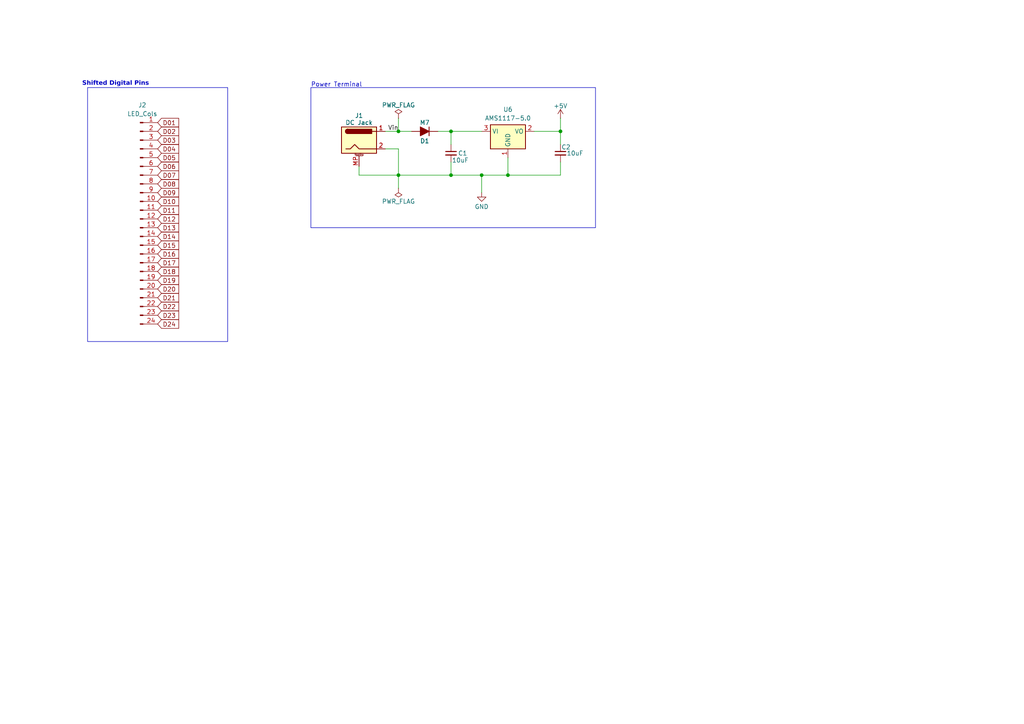
<source format=kicad_sch>
(kicad_sch (version 20231120) (generator "eeschema") (generator_version "8.0")
  (paper "A4")
  (title_block (title "LED Array with Atmega328PB") (date "2024-04-16") (rev "2.1") (company "Pyae Sone Heine"))
  (lib_symbols
    (symbol "+5V_1" (power) (pin_numbers hide) (pin_names (offset 0) hide)
      (property "Value" "+5V" (at 0 3.556 0))
      (symbol "+5V_1_0_1"
        (polyline (pts (xy -0.762 1.27) (xy 0 2.54)))
        (polyline (pts (xy 0 0) (xy 0 2.54)))
        (polyline (pts (xy 0 2.54) (xy 0.762 1.27)))
      )
      (symbol "+5V_1_1_1"
        (pin power_in line (at 0 0 90) (length 0) (name "~") (number "1"))
      )
    )
    (symbol "Connector:Barrel_Jack_MountingPin" (pin_names hide)
      (property "Reference" "J" (at 0 5.334 0))
      (property "Value" "Barrel_Jack_MountingPin" (at 1.27 -6.35 0))
      (symbol "Barrel_Jack_MountingPin_0_1"
        (rectangle (start -5.08 3.81) (end 5.08 -3.81) (stroke (width 0.254)) (fill (type background)))
        (arc (start -3.302 3.175) (mid -3.9343 2.54) (end -3.302 1.905) (stroke (width 0.254)))
        (arc (start -3.302 3.175) (mid -3.9343 2.54) (end -3.302 1.905) (stroke (width 0.254)) (fill (type outline)))
        (polyline (pts (xy 5.08 2.54) (xy 3.81 2.54)) (stroke (width 0.254)))
        (polyline (pts (xy -3.81 -2.54) (xy -2.54 -2.54) (xy -1.27 -1.27) (xy 0 -2.54) (xy 2.54 -2.54) (xy 5.08 -2.54)) (stroke (width 0.254)))
        (rectangle (start 3.683 3.175) (end -3.302 1.905) (stroke (width 0.254)) (fill (type outline)))
      )
      (symbol "Barrel_Jack_MountingPin_1_1"
        (polyline (pts (xy -1.016 -4.572) (xy 1.016 -4.572)) (stroke (width 0.1524)))
        (text "Mounting" (at 0 -4.191 0) (effects (font (size 0.381 0.381))))
        (pin passive line (at 7.62 2.54 180) (length 2.54) (name "~") (number "1"))
        (pin passive line (at 7.62 -2.54 180) (length 2.54) (name "~") (number "2"))
        (pin passive line (at 0 -7.62 90) (length 3.048) (name "MountPin") (number "MP"))
      )
    )
    (symbol "Connector:Conn_01x24_Pin" (pin_names (offset 1.016) hide)
      (property "Reference" "J" (at 0 30.48 0))
      (property "Value" "Conn_01x24_Pin" (at 0 -33.02 0))
      (symbol "Conn_01x24_Pin_1_1"
        (polyline (pts (xy 1.27 -30.48) (xy 0.8636 -30.48)) (stroke (width 0.1524)))
        (polyline (pts (xy 1.27 -27.94) (xy 0.8636 -27.94)) (stroke (width 0.1524)))
        (polyline (pts (xy 1.27 -25.4) (xy 0.8636 -25.4)) (stroke (width 0.1524)))
        (polyline (pts (xy 1.27 -22.86) (xy 0.8636 -22.86)) (stroke (width 0.1524)))
        (polyline (pts (xy 1.27 -20.32) (xy 0.8636 -20.32)) (stroke (width 0.1524)))
        (polyline (pts (xy 1.27 -17.78) (xy 0.8636 -17.78)) (stroke (width 0.1524)))
        (polyline (pts (xy 1.27 -15.24) (xy 0.8636 -15.24)) (stroke (width 0.1524)))
        (polyline (pts (xy 1.27 -12.7) (xy 0.8636 -12.7)) (stroke (width 0.1524)))
        (polyline (pts (xy 1.27 -10.16) (xy 0.8636 -10.16)) (stroke (width 0.1524)))
        (polyline (pts (xy 1.27 -7.62) (xy 0.8636 -7.62)) (stroke (width 0.1524)))
        (polyline (pts (xy 1.27 -5.08) (xy 0.8636 -5.08)) (stroke (width 0.1524)))
        (polyline (pts (xy 1.27 -2.54) (xy 0.8636 -2.54)) (stroke (width 0.1524)))
        (polyline (pts (xy 1.27 0) (xy 0.8636 0)) (stroke (width 0.1524)))
        (polyline (pts (xy 1.27 2.54) (xy 0.8636 2.54)) (stroke (width 0.1524)))
        (polyline (pts (xy 1.27 5.08) (xy 0.8636 5.08)) (stroke (width 0.1524)))
        (polyline (pts (xy 1.27 7.62) (xy 0.8636 7.62)) (stroke (width 0.1524)))
        (polyline (pts (xy 1.27 10.16) (xy 0.8636 10.16)) (stroke (width 0.1524)))
        (polyline (pts (xy 1.27 12.7) (xy 0.8636 12.7)) (stroke (width 0.1524)))
        (polyline (pts (xy 1.27 15.24) (xy 0.8636 15.24)) (stroke (width 0.1524)))
        (polyline (pts (xy 1.27 17.78) (xy 0.8636 17.78)) (stroke (width 0.1524)))
        (polyline (pts (xy 1.27 20.32) (xy 0.8636 20.32)) (stroke (width 0.1524)))
        (polyline (pts (xy 1.27 22.86) (xy 0.8636 22.86)) (stroke (width 0.1524)))
        (polyline (pts (xy 1.27 25.4) (xy 0.8636 25.4)) (stroke (width 0.1524)))
        (polyline (pts (xy 1.27 27.94) (xy 0.8636 27.94)) (stroke (width 0.1524)))
        (rectangle (start 0.8636 -30.353) (end 0 -30.607) (stroke (width 0.1524)) (fill (type outline)))
        (rectangle (start 0.8636 -27.813) (end 0 -28.067) (stroke (width 0.1524)) (fill (type outline)))
        (rectangle (start 0.8636 -25.273) (end 0 -25.527) (stroke (width 0.1524)) (fill (type outline)))
        (rectangle (start 0.8636 -22.733) (end 0 -22.987) (stroke (width 0.1524)) (fill (type outline)))
        (rectangle (start 0.8636 -20.193) (end 0 -20.447) (stroke (width 0.1524)) (fill (type outline)))
        (rectangle (start 0.8636 -17.653) (end 0 -17.907) (stroke (width 0.1524)) (fill (type outline)))
        (rectangle (start 0.8636 -15.113) (end 0 -15.367) (stroke (width 0.1524)) (fill (type outline)))
        (rectangle (start 0.8636 -12.573) (end 0 -12.827) (stroke (width 0.1524)) (fill (type outline)))
        (rectangle (start 0.8636 -10.033) (end 0 -10.287) (stroke (width 0.1524)) (fill (type outline)))
        (rectangle (start 0.8636 -7.493) (end 0 -7.747) (stroke (width 0.1524)) (fill (type outline)))
        (rectangle (start 0.8636 -4.953) (end 0 -5.207) (stroke (width 0.1524)) (fill (type outline)))
        (rectangle (start 0.8636 -2.413) (end 0 -2.667) (stroke (width 0.1524)) (fill (type outline)))
        (rectangle (start 0.8636 0.127) (end 0 -0.127) (stroke (width 0.1524)) (fill (type outline)))
        (rectangle (start 0.8636 2.667) (end 0 2.413) (stroke (width 0.1524)) (fill (type outline)))
        (rectangle (start 0.8636 5.207) (end 0 4.953) (stroke (width 0.1524)) (fill (type outline)))
        (rectangle (start 0.8636 7.747) (end 0 7.493) (stroke (width 0.1524)) (fill (type outline)))
        (rectangle (start 0.8636 10.287) (end 0 10.033) (stroke (width 0.1524)) (fill (type outline)))
        (rectangle (start 0.8636 12.827) (end 0 12.573) (stroke (width 0.1524)) (fill (type outline)))
        (rectangle (start 0.8636 15.367) (end 0 15.113) (stroke (width 0.1524)) (fill (type outline)))
        (rectangle (start 0.8636 17.907) (end 0 17.653) (stroke (width 0.1524)) (fill (type outline)))
        (rectangle (start 0.8636 20.447) (end 0 20.193) (stroke (width 0.1524)) (fill (type outline)))
        (rectangle (start 0.8636 22.987) (end 0 22.733) (stroke (width 0.1524)) (fill (type outline)))
        (rectangle (start 0.8636 25.527) (end 0 25.273) (stroke (width 0.1524)) (fill (type outline)))
        (rectangle (start 0.8636 28.067) (end 0 27.813) (stroke (width 0.1524)) (fill (type outline)))
        (pin passive line (at 5.08 27.94 180) (length 3.81) (name "Pin_1") (number "1"))
        (pin passive line (at 5.08 5.08 180) (length 3.81) (name "Pin_10") (number "10"))
        (pin passive line (at 5.08 2.54 180) (length 3.81) (name "Pin_11") (number "11"))
        (pin passive line (at 5.08 0 180) (length 3.81) (name "Pin_12") (number "12"))
        (pin passive line (at 5.08 -2.54 180) (length 3.81) (name "Pin_13") (number "13"))
        (pin passive line (at 5.08 -5.08 180) (length 3.81) (name "Pin_14") (number "14"))
        (pin passive line (at 5.08 -7.62 180) (length 3.81) (name "Pin_15") (number "15"))
        (pin passive line (at 5.08 -10.16 180) (length 3.81) (name "Pin_16") (number "16"))
        (pin passive line (at 5.08 -12.7 180) (length 3.81) (name "Pin_17") (number "17"))
        (pin passive line (at 5.08 -15.24 180) (length 3.81) (name "Pin_18") (number "18"))
        (pin passive line (at 5.08 -17.78 180) (length 3.81) (name "Pin_19") (number "19"))
        (pin passive line (at 5.08 25.4 180) (length 3.81) (name "Pin_2") (number "2"))
        (pin passive line (at 5.08 -20.32 180) (length 3.81) (name "Pin_20") (number "20"))
        (pin passive line (at 5.08 -22.86 180) (length 3.81) (name "Pin_21") (number "21"))
        (pin passive line (at 5.08 -25.4 180) (length 3.81) (name "Pin_22") (number "22"))
        (pin passive line (at 5.08 -27.94 180) (length 3.81) (name "Pin_23") (number "23"))
        (pin passive line (at 5.08 -30.48 180) (length 3.81) (name "Pin_24") (number "24"))
        (pin passive line (at 5.08 22.86 180) (length 3.81) (name "Pin_3") (number "3"))
        (pin passive line (at 5.08 20.32 180) (length 3.81) (name "Pin_4") (number "4"))
        (pin passive line (at 5.08 17.78 180) (length 3.81) (name "Pin_5") (number "5"))
        (pin passive line (at 5.08 15.24 180) (length 3.81) (name "Pin_6") (number "6"))
        (pin passive line (at 5.08 12.7 180) (length 3.81) (name "Pin_7") (number "7"))
        (pin passive line (at 5.08 10.16 180) (length 3.81) (name "Pin_8") (number "8"))
        (pin passive line (at 5.08 7.62 180) (length 3.81) (name "Pin_9") (number "9"))
      )
    )
    (symbol "Device:C_Small" (pin_numbers hide) (pin_names (offset 0.254) hide)
      (property "Reference" "C" (at 0.254 1.778 0))
      (property "Value" "C_Small" (at 0.254 -2.032 0))
      (symbol "C_Small_0_1"
        (polyline (pts (xy -1.524 -0.508) (xy 1.524 -0.508)) (stroke (width 0.3302)))
        (polyline (pts (xy -1.524 0.508) (xy 1.524 0.508)) (stroke (width 0.3048)))
      )
      (symbol "C_Small_1_1"
        (pin passive line (at 0 2.54 270) (length 2.032) (name "~") (number "1"))
        (pin passive line (at 0 -2.54 90) (length 2.032) (name "~") (number "2"))
      )
    )
    (symbol "PCM_Diode_AKL:M7" (pin_numbers hide) (pin_names (offset 1.016) hide)
      (property "Reference" "D" (at 0 5.08 0))
      (property "Value" "M7" (at 0 2.54 0))
      (symbol "M7_0_1"
        (polyline (pts (xy -1.27 0) (xy 1.27 0)))
        (polyline (pts (xy 1.27 1.27) (xy 1.27 -1.27)) (stroke (width 0.254)))
        (polyline (pts (xy -1.27 1.27) (xy -1.27 -1.27) (xy 1.27 0) (xy -1.27 1.27)) (stroke (width 0.254)) (fill (type outline)))
      )
      (symbol "M7_1_1"
        (pin passive line (at 3.81 0 180) (length 2.54) (name "K") (number "1"))
        (pin passive line (at -3.81 0 0) (length 2.54) (name "A") (number "2"))
      )
    )
    (symbol "Regulator_Linear:AMS1117-5.0"
      (property "Reference" "U" (at -3.81 3.175 0))
      (property "Value" "AMS1117-5.0" (at 0 3.175 0))
      (symbol "AMS1117-5.0_0_1"
        (rectangle (start -5.08 -5.08) (end 5.08 1.905) (stroke (width 0.254)) (fill (type background)))
      )
      (symbol "AMS1117-5.0_1_1"
        (pin power_in line (at 0 -7.62 90) (length 2.54) (name "GND") (number "1"))
        (pin power_out line (at 7.62 0 180) (length 2.54) (name "VO") (number "2"))
        (pin power_in line (at -7.62 0 0) (length 2.54) (name "VI") (number "3"))
      )
    )
    (symbol "power:GND" (power) (pin_numbers hide) (pin_names (offset 0) hide)
      (property "Value" "GND" (at 0 -3.81 0))
      (symbol "GND_0_1"
        (polyline (pts (xy 0 0) (xy 0 -1.27) (xy 1.27 -1.27) (xy 0 -2.54) (xy -1.27 -1.27) (xy 0 -1.27)))
      )
      (symbol "GND_1_1"
        (pin power_in line (at 0 0 270) (length 0) (name "~") (number "1"))
      )
    )
    (symbol "power:PWR_FLAG" (power) (pin_numbers hide) (pin_names (offset 0) hide)
      (property "Value" "PWR_FLAG" (at 0 3.81 0))
      (symbol "PWR_FLAG_0_0"
        (pin power_out line (at 0 0 90) (length 0) (name "~") (number "1"))
      )
      (symbol "PWR_FLAG_0_1"
        (polyline (pts (xy 0 0) (xy 0 1.27) (xy -1.016 1.905) (xy 0 2.54) (xy 1.016 1.905) (xy 0 1.27)))
      )
    )
  )
  (junction (at 115.57 38.1))
  (junction (at 162.56 38.1))
  (junction (at 115.57 50.8))
  (junction (at 130.81 50.8))
  (junction (at 130.81 38.1))
  (junction (at 147.32 50.8))
  (junction (at 139.7 50.8))
  (wire (pts (xy 115.57 38.1) (xy 119.38 38.1)))
  (wire (pts (xy 115.57 43.18) (xy 115.57 50.8)))
  (wire (pts (xy 139.7 50.8) (xy 147.32 50.8)))
  (wire (pts (xy 115.57 50.8) (xy 130.81 50.8)))
  (wire (pts (xy 130.81 46.99) (xy 130.81 50.8)))
  (wire (pts (xy 162.56 38.1) (xy 162.56 34.29)))
  (wire (pts (xy 130.81 38.1) (xy 130.81 41.91)))
  (wire (pts (xy 111.76 38.1) (xy 115.57 38.1)))
  (wire (pts (xy 111.76 43.18) (xy 115.57 43.18)))
  (wire (pts (xy 104.14 50.8) (xy 104.14 48.26)))
  (wire (pts (xy 130.81 38.1) (xy 139.7 38.1)))
  (wire (pts (xy 115.57 50.8) (xy 115.57 54.61)))
  (wire (pts (xy 104.14 50.8) (xy 115.57 50.8)))
  (wire (pts (xy 147.32 50.8) (xy 162.56 50.8)))
  (wire (pts (xy 162.56 38.1) (xy 162.56 41.91)))
  (wire (pts (xy 139.7 50.8) (xy 139.7 55.88)))
  (wire (pts (xy 162.56 46.99) (xy 162.56 50.8)))
  (wire (pts (xy 154.94 38.1) (xy 162.56 38.1)))
  (wire (pts (xy 127 38.1) (xy 130.81 38.1)))
  (wire (pts (xy 115.57 34.29) (xy 115.57 38.1)))
  (wire (pts (xy 130.81 50.8) (xy 139.7 50.8)))
  (wire (pts (xy 147.32 45.72) (xy 147.32 50.8)))
  (rectangle (start 25.4 25.4) (end 66.04 99.06))
  (rectangle (start 90.17 25.4) (end 172.72 66.04))
  (text "Power Terminal" (at 90.17 25.4 0) (effects (font (size 1.27 1.27)) (justify left bottom)))
  (text "Shifted Digital Pins" (at 33.528 24.638 0) (effects (font (size 1.27 1.27) (thickness 0.254) (bold yes))))
  (label "Vin" (at 115.57 38.1 180))
  (global_label "D20" (shape input) (at 45.72 83.82 0) (property "Intersheetrefs" "${INTERSHEET_REFS}" (effects (hide yes))))
  (global_label "D04" (shape input) (at 45.72 43.18 0) (property "Intersheetrefs" "${INTERSHEET_REFS}" (effects (hide yes))))
  (global_label "D11" (shape input) (at 45.72 60.96 0) (property "Intersheetrefs" "${INTERSHEET_REFS}" (effects (hide yes))))
  (global_label "D05" (shape input) (at 45.72 45.72 0) (property "Intersheetrefs" "${INTERSHEET_REFS}" (effects (hide yes))))
  (global_label "D13" (shape input) (at 45.72 66.04 0) (property "Intersheetrefs" "${INTERSHEET_REFS}" (effects (hide yes))))
  (global_label "D12" (shape input) (at 45.72 63.5 0) (property "Intersheetrefs" "${INTERSHEET_REFS}" (effects (hide yes))))
  (global_label "D16" (shape input) (at 45.72 73.66 0) (property "Intersheetrefs" "${INTERSHEET_REFS}" (effects (hide yes))))
  (global_label "D24" (shape input) (at 45.72 93.98 0) (property "Intersheetrefs" "${INTERSHEET_REFS}" (effects (hide yes))))
  (global_label "D18" (shape input) (at 45.72 78.74 0) (property "Intersheetrefs" "${INTERSHEET_REFS}" (effects (hide yes))))
  (global_label "D23" (shape input) (at 45.72 91.44 0) (property "Intersheetrefs" "${INTERSHEET_REFS}" (effects (hide yes))))
  (global_label "D19" (shape input) (at 45.72 81.28 0) (property "Intersheetrefs" "${INTERSHEET_REFS}" (effects (hide yes))))
  (global_label "D22" (shape input) (at 45.72 88.9 0) (property "Intersheetrefs" "${INTERSHEET_REFS}" (effects (hide yes))))
  (global_label "D01" (shape input) (at 45.72 35.56 0) (property "Intersheetrefs" "${INTERSHEET_REFS}" (effects (hide yes))))
  (global_label "D21" (shape input) (at 45.72 86.36 0) (property "Intersheetrefs" "${INTERSHEET_REFS}" (effects (hide yes))))
  (global_label "D03" (shape input) (at 45.72 40.64 0) (property "Intersheetrefs" "${INTERSHEET_REFS}" (effects (hide yes))))
  (global_label "D17" (shape input) (at 45.72 76.2 0) (property "Intersheetrefs" "${INTERSHEET_REFS}" (effects (hide yes))))
  (global_label "D08" (shape input) (at 45.72 53.34 0) (property "Intersheetrefs" "${INTERSHEET_REFS}" (effects (hide yes))))
  (global_label "D15" (shape input) (at 45.72 71.12 0) (property "Intersheetrefs" "${INTERSHEET_REFS}" (effects (hide yes))))
  (global_label "D10" (shape input) (at 45.72 58.42 0) (property "Intersheetrefs" "${INTERSHEET_REFS}" (effects (hide yes))))
  (global_label "D06" (shape input) (at 45.72 48.26 0) (property "Intersheetrefs" "${INTERSHEET_REFS}" (effects (hide yes))))
  (global_label "D07" (shape input) (at 45.72 50.8 0) (property "Intersheetrefs" "${INTERSHEET_REFS}" (effects (hide yes))))
  (global_label "D14" (shape input) (at 45.72 68.58 0) (property "Intersheetrefs" "${INTERSHEET_REFS}" (effects (hide yes))))
  (global_label "D09" (shape input) (at 45.72 55.88 0) (property "Intersheetrefs" "${INTERSHEET_REFS}" (effects (hide yes))))
  (global_label "D02" (shape input) (at 45.72 38.1 0) (property "Intersheetrefs" "${INTERSHEET_REFS}" (effects (hide yes))))
  (symbol (lib_id "Regulator_Linear:AMS1117-5.0") (at 147.32 38.1 0) (unit 1)
    (property "Reference" "U6" (at 147.32 31.75 0))
    (property "Value" "AMS1117-5.0" (at 147.32 34.29 0))
    (property "Footprint" "Package_TO_SOT_SMD:SOT-223-3_TabPin2" (effects (hide yes)))
    (property "Datasheet" "http://www.advanced-monolithic.com/pdf/ds1117.pdf" (effects (hide yes)))
    (property "Description" "1A Low Dropout regulator, positive, 5.0V fixed output, SOT-223" (effects (hide yes)))
  )
  (symbol (lib_id "power:PWR_FLAG") (at 115.57 54.61 0) (mirror x) (unit 1)
    (property "Reference" "#FLG02" (effects (hide yes)))
    (property "Value" "PWR_FLAG" (at 115.57 58.42 0))
    (property "Description" "Special symbol for telling ERC where power comes from" (effects (hide yes)))
  )
  (symbol (lib_id "power:GND") (at 139.7 55.88 0) (unit 1)
    (property "Reference" "#PWR013" (effects (hide yes)))
    (property "Value" "GND" (at 139.7 59.944 0))
    (property "Description" "Power symbol creates a global label with name \"GND\" , ground" (effects (hide yes)))
  )
  (symbol (lib_id "Device:C_Small") (at 130.81 44.45 0) (unit 1)
    (property "Reference" "C1" (at 132.842 44.45 0) (effects (justify left)))
    (property "Value" "10uF" (at 131.064 46.482 0) (effects (justify left)))
    (property "Footprint" "Capacitor_SMD:C_0805_2012Metric" (effects (hide yes)))
    (property "Description" "Unpolarized capacitor, small symbol" (effects (hide yes)))
  )
  (symbol (lib_id "PCM_Diode_AKL:M7") (at 123.19 38.1 0) (unit 1)
    (property "Reference" "D1" (at 123.19 40.894 0))
    (property "Value" "M7" (at 123.19 35.56 0))
    (property "Footprint" "Diode_SMD:D_SMB" (effects (hide yes)))
    (property "Datasheet" "https://www.tme.eu/Document/0550e9bf27627c5cdfb653945cb570ca/m1-m7.pdf" (effects (hide yes)))
    (property "Description" "SMA Diode, Rectifier, 1000V, 1A, Alternate KiCad Library" (effects (hide yes)))
  )
  (symbol (lib_id "Connector:Barrel_Jack_MountingPin") (at 104.14 40.64 0) (unit 1)
    (property "Reference" "J1" (at 104.14 33.528 0))
    (property "Value" "DC Jack" (at 104.14 35.56 0))
    (property "Footprint" "Connector_BarrelJack:BarrelJack_Horizontal" (effects (hide yes)))
    (property "Description" "DC Barrel Jack with a mounting pin" (effects (hide yes)))
  )
  (symbol (lib_id "Device:C_Small") (at 162.56 44.45 0) (unit 1)
    (property "Reference" "C2" (at 162.814 42.672 0) (effects (justify left)))
    (property "Value" "10uF" (at 164.338 44.45 0) (effects (justify left)))
    (property "Footprint" "Capacitor_SMD:C_0805_2012Metric" (effects (hide yes)))
    (property "Description" "Unpolarized capacitor, small symbol" (effects (hide yes)))
  )
  (symbol (lib_id "power:PWR_FLAG") (at 115.57 34.29 0) (unit 1)
    (property "Reference" "#FLG01" (effects (hide yes)))
    (property "Value" "PWR_FLAG" (at 115.57 30.48 0))
    (property "Description" "Special symbol for telling ERC where power comes from" (effects (hide yes)))
  )
  (symbol (lib_id "Connector:Conn_01x24_Pin") (at 40.64 63.5 0) (unit 1)
    (property "Reference" "J2" (at 41.275 30.48 0))
    (property "Value" "LED_Cols" (at 41.275 33.02 0))
    (property "Footprint" "Connector_PinHeader_2.54mm:PinHeader_1x24_P2.54mm_Vertical" (effects (hide yes)))
    (property "Description" "Generic connector, single row, 01x24, script generated" (effects (hide yes)))
  )
  (symbol (lib_name "+5V_1") (lib_id "power:+5V") (at 162.56 34.29 0) (unit 1)
    (property "Reference" "#PWR010" (effects (hide yes)))
    (property "Value" "+5V" (at 162.56 30.734 0))
    (property "Description" "Power symbol creates a global label with name \"+5V\"" (effects (hide yes)))
  )
)
</source>
